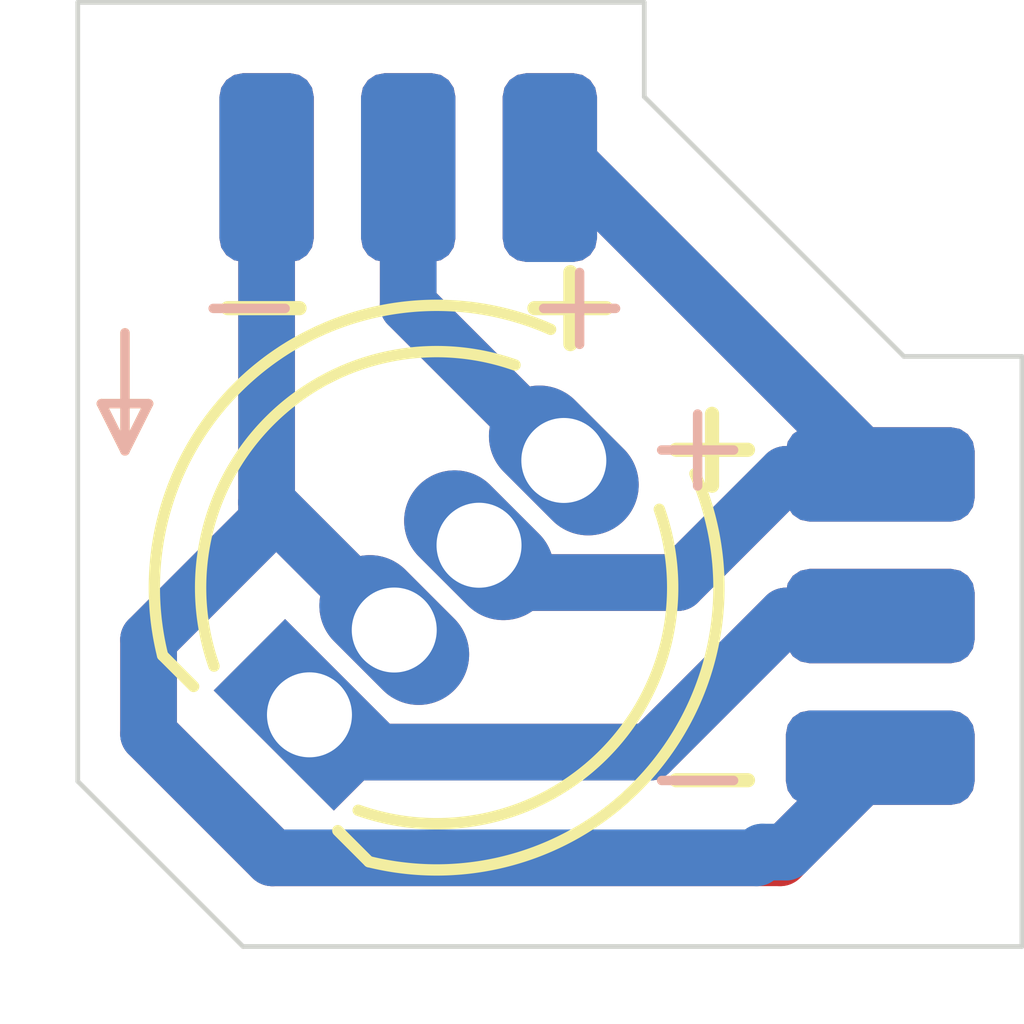
<source format=kicad_pcb>
(kicad_pcb (version 20240108) (generator "pcbnew") (generator_version "8.0")
  (layers (0 "F.Cu" signal) (31 "B.Cu" signal) (34 "B.Paste" user) (35 "F.Paste" user) (36 "B.SilkS" user "B.Silkscreen") (37 "F.SilkS" user "F.Silkscreen") (38 "B.Mask" user) (39 "F.Mask" user) (44 "Edge.Cuts" user))
  (net 0 "")
  (net 1 "GND")
  (net 2 "DIN")
  (net 3 "DOUT")
  (net 4 "VDD")
  (footprint "Connector_Wire:SolderWirePad_1x01_SMD_1x2mm" (layer "F.Cu") (at 165.75 89.25 90)
    (property "Reference" "REF**" (hide yes))
    (property "Value" "SolderWirePad_1x01_SMD_1x2mm" (hide yes))
    (pad "1" smd roundrect (at 0 0 90) (size 1 2) (layers "F.Cu" "F.Paste" "F.Mask") (net 4 "VDD"))
  )
  (footprint "Connector_Wire:SolderWirePad_1x01_SMD_1x2mm" (layer "F.Cu") (at 160.75 86)
    (property "Reference" "REF**" (hide yes))
    (property "Value" "SolderWirePad_1x01_SMD_1x2mm" (hide yes))
    (pad "1" smd roundrect (at 0 0) (size 1 2) (layers "F.Cu" "F.Paste" "F.Mask") (net 2 "DIN"))
  )
  (footprint "Connector_Wire:SolderWirePad_1x01_SMD_1x2mm" (layer "F.Cu") (at 165.75 90.75 90)
    (property "Reference" "REF**" (hide yes))
    (property "Value" "SolderWirePad_1x01_SMD_1x2mm" (hide yes))
    (pad "1" smd roundrect (at 0 0 90) (size 1 2) (layers "F.Cu" "F.Paste" "F.Mask") (net 3 "DOUT"))
  )
  (footprint "LED_THT:LED_D5.0mm-4_RGB" (layer "F.Cu") (at 159.703949 91.796051 45)
    (property "Reference" "D1" (hide yes))
    (property "Value" "NeoPixel_THT" (hide yes))
    (fp_line (start -0.655 -1.545) (end -0.655 -1.08) (stroke (width 0.12)) (layer "F.SilkS"))
    (fp_line (start -0.655 1.08) (end -0.655 1.545) (stroke (width 0.12)) (layer "F.SilkS"))
    (fp_arc (start -0.655 -1.54483) (mid 2.163456 -2.978808) (end 4.692815 -1.080827) (stroke (width 0.12)) (layer "F.SilkS"))
    (fp_arc (start -0.349684 -1.08) (mid 1.904762 -2.499999) (end 4.159479 -1.080429) (stroke (width 0.12)) (layer "F.SilkS"))
    (fp_arc (start 4.159479 1.080429) (mid 1.904762 2.5) (end -0.349684 1.08) (stroke (width 0.12)) (layer "F.SilkS"))
    (fp_arc (start 4.692815 1.080827) (mid 2.163456 2.978808) (end -0.655 1.54483) (stroke (width 0.12)) (layer "F.SilkS"))
    (pad "1" thru_hole rect (at 0 0 45) (size 1.07 1.8) (drill 0.9) (layers "*.Cu" "*.Mask") (net 3 "DOUT"))
    (pad "2" thru_hole oval (at 1.270001 0 45) (size 1.07 1.8) (drill 0.9) (layers "*.Cu" "*.Mask") (net 1 "GND"))
    (pad "3" thru_hole oval (at 2.54 0 45) (size 1.07 1.8) (drill 0.9) (layers "*.Cu" "*.Mask") (net 4 "VDD"))
    (pad "4" thru_hole oval (at 3.81 0 45) (size 1.07 1.8) (drill 0.9) (layers "*.Cu" "*.Mask") (net 2 "DIN"))
  )
  (footprint "Connector_Wire:SolderWirePad_1x01_SMD_1x2mm" (layer "F.Cu") (at 165.75 92.25 90)
    (property "Reference" "REF**" (hide yes))
    (property "Value" "SolderWirePad_1x01_SMD_1x2mm" (hide yes))
    (pad "1" smd roundrect (at 0 0 90) (size 1 2) (layers "F.Cu" "F.Paste" "F.Mask") (net 1 "GND"))
  )
  (footprint "Connector_Wire:SolderWirePad_1x01_SMD_1x2mm" (layer "F.Cu") (at 162.25 86)
    (property "Reference" "REF**" (hide yes))
    (property "Value" "SolderWirePad_1x01_SMD_1x2mm" (hide yes))
    (pad "1" smd roundrect (at 0 0) (size 1 2) (layers "F.Cu" "F.Paste" "F.Mask") (net 4 "VDD"))
  )
  (footprint "Connector_Wire:SolderWirePad_1x01_SMD_1x2mm" (layer "F.Cu") (at 159.25 86)
    (property "Reference" "REF**" (hide yes))
    (property "Value" "SolderWirePad_1x01_SMD_1x2mm" (hide yes))
    (pad "1" smd roundrect (at 0 0) (size 1 2) (layers "F.Cu" "F.Paste" "F.Mask") (net 1 "GND"))
  )
  (footprint "Connector_Wire:SolderWirePad_1x01_SMD_1x2mm" (layer "B.Cu") (at 162.25 86)
    (property "Reference" "REF**" (hide yes))
    (property "Value" "SolderWirePad_1x01_SMD_1x2mm" (hide yes))
    (pad "1" smd roundrect (at 0 0) (size 1 2) (layers "B.Cu" "B.Paste" "B.Mask") (net 4 "VDD"))
  )
  (footprint "Connector_Wire:SolderWirePad_1x01_SMD_1x2mm" (layer "B.Cu") (at 165.75 92.25 90)
    (property "Reference" "REF**" (hide yes))
    (property "Value" "SolderWirePad_1x01_SMD_1x2mm" (hide yes))
    (pad "1" smd roundrect (at 0 0 90) (size 1 2) (layers "B.Cu" "B.Paste" "B.Mask") (net 1 "GND"))
  )
  (footprint "Connector_Wire:SolderWirePad_1x01_SMD_1x2mm" (layer "B.Cu") (at 165.75 90.75 90)
    (property "Reference" "REF**" (hide yes))
    (property "Value" "SolderWirePad_1x01_SMD_1x2mm" (hide yes))
    (pad "1" smd roundrect (at 0 0 90) (size 1 2) (layers "B.Cu" "B.Paste" "B.Mask") (net 3 "DOUT"))
  )
  (footprint "Connector_Wire:SolderWirePad_1x01_SMD_1x2mm" (layer "B.Cu") (at 165.75 89.25 90)
    (property "Reference" "REF**" (hide yes))
    (property "Value" "SolderWirePad_1x01_SMD_1x2mm" (hide yes))
    (pad "1" smd roundrect (at 0 0 90) (size 1 2) (layers "B.Cu" "B.Paste" "B.Mask") (net 4 "VDD"))
  )
  (footprint "Connector_Wire:SolderWirePad_1x01_SMD_1x2mm" (layer "B.Cu") (at 159.25 86)
    (property "Reference" "REF**" (hide yes))
    (property "Value" "SolderWirePad_1x01_SMD_1x2mm" (hide yes))
    (pad "1" smd roundrect (at 0 0) (size 1 2) (layers "B.Cu" "B.Paste" "B.Mask") (net 1 "GND"))
  )
  (footprint "Connector_Wire:SolderWirePad_1x01_SMD_1x2mm" (layer "B.Cu") (at 160.75 86)
    (property "Reference" "REF**" (hide yes))
    (property "Value" "SolderWirePad_1x01_SMD_1x2mm" (hide yes))
    (pad "1" smd roundrect (at 0 0) (size 1 2) (layers "B.Cu" "B.Paste" "B.Mask") (net 2 "DIN"))
  )
  (gr_line (start 157.75 89) (end 157.5 88.5) (stroke (width 0.1)) (layer "B.SilkS"))
  (gr_line (start 157.5 88.5) (end 158 88.5) (stroke (width 0.1)) (layer "B.SilkS"))
  (gr_line (start 157.75 87.75) (end 157.75 89) (stroke (width 0.1)) (layer "B.SilkS"))
  (gr_line (start 158 88.5) (end 157.75 89) (stroke (width 0.1)) (layer "B.SilkS"))
  (gr_line (start 157.75 87.75) (end 157.75 89) (stroke (width 0.1)) (layer "F.SilkS"))
  (gr_line (start 157.75 89) (end 158 88.5) (stroke (width 0.1)) (layer "F.SilkS"))
  (gr_line (start 158 88.5) (end 157.5 88.5) (stroke (width 0.1)) (layer "F.SilkS"))
  (gr_line (start 157.5 88.5) (end 157.75 89) (stroke (width 0.1)) (layer "F.SilkS"))
  (gr_line (start 163.25 85.25) (end 163.25 84.25) (stroke (width 0.05)) (layer "Edge.Cuts"))
  (gr_line (start 157.25 92.5) (end 159 94.25) (stroke (width 0.05)) (layer "Edge.Cuts"))
  (gr_line (start 159 94.25) (end 167.25 94.25) (stroke (width 0.05)) (layer "Edge.Cuts"))
  (gr_line (start 163.25 84.25) (end 157.25 84.25) (stroke (width 0.05)) (layer "Edge.Cuts"))
  (gr_line (start 167.25 94.25) (end 167.25 88) (stroke (width 0.05)) (layer "Edge.Cuts"))
  (gr_line (start 166 88) (end 163.25 85.25) (stroke (width 0.05)) (layer "Edge.Cuts"))
  (gr_line (start 167.25 88) (end 166 88) (stroke (width 0.05)) (layer "Edge.Cuts"))
  (gr_line (start 157.25 84.25) (end 157.25 92.5) (stroke (width 0.05)) (layer "Edge.Cuts"))
  (gr_text "+" (at 163.25 88 0) (layer "B.SilkS") (effects (font (size 1 1) (thickness 0.1)) (justify left bottom mirror)))
  (gr_text "-" (at 159.75 88 0) (layer "B.SilkS") (effects (font (size 1 1) (thickness 0.1)) (justify left bottom mirror)))
  (gr_text "-" (at 164.5 93 0) (layer "B.SilkS") (effects (font (size 1 1) (thickness 0.1)) (justify left bottom mirror)))
  (gr_text "+" (at 164.5 89.5 0) (layer "B.SilkS") (effects (font (size 1 1) (thickness 0.1)) (justify left bottom mirror)))
  (gr_text "+" (at 163.25 89.5 0) (layer "F.SilkS") (effects (font (size 1 1)) (justify left bottom)))
  (gr_text "-" (at 158.5 88 0) (layer "F.SilkS") (effects (font (size 1 1)) (justify left bottom)))
  (gr_text "-" (at 163.25 93 0) (layer "F.SilkS") (effects (font (size 1 1)) (justify left bottom)))
  (gr_text "+" (at 161.75 88 0) (layer "F.SilkS") (effects (font (size 1 1)) (justify left bottom)))
  (segment (start 159.25 89.75) (end 159.25 89.54605) (width 0.6) (layer "F.Cu") (net 1))
  (segment (start 158 91) (end 159.25 89.75) (width 0.6) (layer "F.Cu") (net 1))
  (segment (start 159.25 86) (end 159.25 89.54605) (width 0.6) (layer "F.Cu") (net 1))
  (segment (start 164.689251 93.310749) (end 159.310749 93.310749) (width 0.6) (layer "F.Cu") (net 1))
  (segment (start 158 92) (end 158 91) (width 0.6) (layer "F.Cu") (net 1))
  (segment (start 165.75 92.25) (end 164.689251 93.310749) (width 0.6) (layer "F.Cu") (net 1))
  (segment (start 159.25 89.54605) (end 160.601975 90.898025) (width 0.6) (layer "F.Cu") (net 1))
  (segment (start 159.310749 93.310749) (end 158 92) (width 0.6) (layer "F.Cu") (net 1))
  (segment (start 165.75 92.25) (end 164.75 93.25) (width 0.6) (layer "B.Cu") (net 1))
  (segment (start 159.310749 93.310749) (end 158 92) (width 0.6) (layer "B.Cu") (net 1))
  (segment (start 159.25 86) (end 159.25 89.54605) (width 0.6) (layer "B.Cu") (net 1))
  (segment (start 164.75 93.25) (end 164.5 93.25) (width 0.6) (layer "B.Cu") (net 1))
  (segment (start 164.5 93.25) (end 164.439251 93.310749) (width 0.6) (layer "B.Cu") (net 1))
  (segment (start 164.439251 93.310749) (end 159.310749 93.310749) (width 0.6) (layer "B.Cu") (net 1))
  (segment (start 159.25 89.54605) (end 160.601975 90.898025) (width 0.6) (layer "B.Cu") (net 1))
  (segment (start 158 91) (end 159.25 89.75) (width 0.6) (layer "B.Cu") (net 1))
  (segment (start 159.25 89.75) (end 159.25 89.54605) (width 0.6) (layer "B.Cu") (net 1))
  (segment (start 158 92) (end 158 91) (width 0.6) (layer "B.Cu") (net 1))
  (segment (start 160.75 86) (end 160.75 87.453948) (width 0.6) (layer "F.Cu") (net 2))
  (segment (start 160.75 87.453948) (end 162.398026 89.101974) (width 0.6) (layer "F.Cu") (net 2))
  (segment (start 160.75 87.453948) (end 162.398026 89.101974) (width 0.6) (layer "B.Cu") (net 2))
  (segment (start 160.75 86) (end 160.75 87.453948) (width 0.6) (layer "B.Cu") (net 2))
  (segment (start 159.703949 91.796051) (end 160.099017 92.191119) (width 0.6) (layer "F.Cu") (net 3))
  (segment (start 160.099017 92.191119) (end 163.308881 92.191119) (width 0.6) (layer "F.Cu") (net 3))
  (segment (start 164.75 90.75) (end 165.75 90.75) (width 0.6) (layer "F.Cu") (net 3))
  (segment (start 163.308881 92.191119) (end 164.75 90.75) (width 0.6) (layer "F.Cu") (net 3))
  (segment (start 160.099017 92.191119) (end 159.703949 91.796051) (width 0.6) (layer "B.Cu") (net 3))
  (segment (start 164.75 90.75) (end 163.308881 92.191119) (width 0.6) (layer "B.Cu") (net 3))
  (segment (start 163.308881 92.191119) (end 160.099017 92.191119) (width 0.6) (layer "B.Cu") (net 3))
  (segment (start 165.75 90.75) (end 164.75 90.75) (width 0.6) (layer "B.Cu") (net 3))
  (segment (start 162.25 86) (end 162.5 86) (width 0.6) (layer "F.Cu") (net 4))
  (segment (start 162.5 86) (end 165.75 89.25) (width 0.6) (layer "F.Cu") (net 4))
  (segment (start 161.895068 90.395068) (end 163.604932 90.395068) (width 0.6) (layer "F.Cu") (net 4))
  (segment (start 161.5 90) (end 161.895068 90.395068) (width 0.6) (layer "F.Cu") (net 4))
  (segment (start 164.75 89.25) (end 165.75 89.25) (width 0.6) (layer "F.Cu") (net 4))
  (segment (start 163.604932 90.395068) (end 164.75 89.25) (width 0.6) (layer "F.Cu") (net 4))
  (segment (start 162.25 86) (end 162.5 86) (width 0.6) (layer "B.Cu") (net 4))
  (segment (start 161.5 90) (end 161.895068 90.395068) (width 0.6) (layer "B.Cu") (net 4))
  (segment (start 162.5 86) (end 165.75 89.25) (width 0.6) (layer "B.Cu") (net 4))
  (segment (start 163.604932 90.395068) (end 164.75 89.25) (width 0.6) (layer "B.Cu") (net 4))
  (segment (start 161.895068 90.395068) (end 163.604932 90.395068) (width 0.6) (layer "B.Cu") (net 4))
  (segment (start 164.75 89.25) (end 165.75 89.25) (width 0.6) (layer "B.Cu") (net 4))
)
</source>
